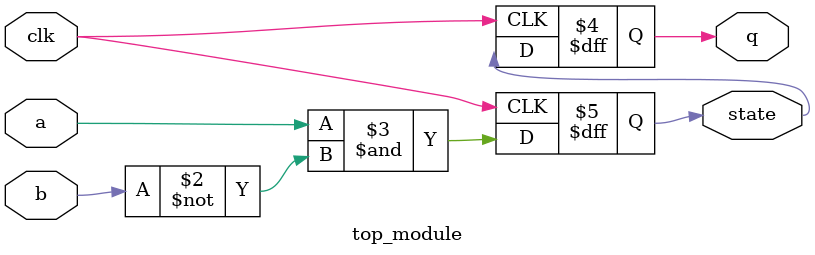
<source format=sv>
module top_module (
	input clk,
	input a,
	input b,
	output reg q,
	output reg state
);

always @(posedge clk) begin
	state <= a & ~b;
	q <= state;
end

endmodule

</source>
